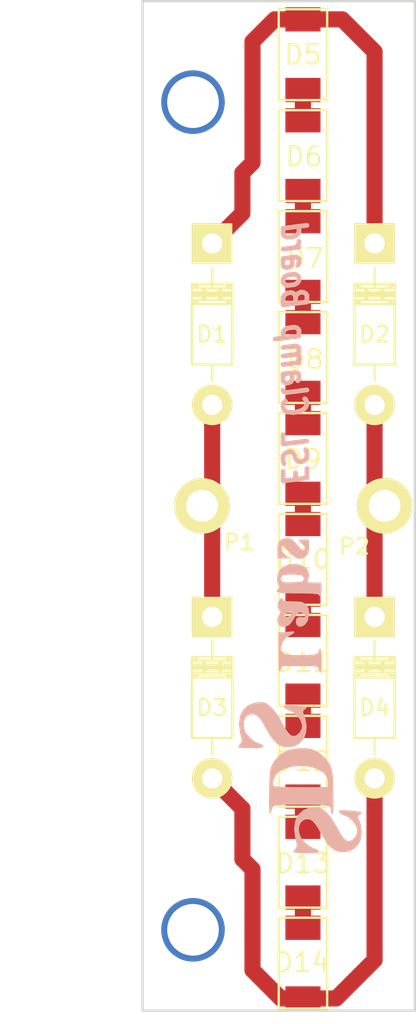
<source format=kicad_pcb>
(kicad_pcb (version 20211014) (generator pcbnew)
  (layers (0 "F.Cu" signal) (31 "B.Cu" signal) (34 "B.Paste" user) (35 "F.Paste" user) (36 "B.SilkS" user "B.Silkscreen") (37 "F.SilkS" user "F.Silkscreen") (38 "B.Mask" user) (39 "F.Mask" user) (44 "Edge.Cuts" user))
  (net 0 "")
  (net 1 "Net-(D1-Pad2)")
  (net 2 "Net-(D1-Pad1)")
  (net 3 "Net-(D2-Pad2)")
  (net 4 "Net-(D14-Pad2)")
  (net 5 "Net-(D5-Pad2)")
  (net 6 "Net-(D6-Pad2)")
  (net 7 "Net-(D7-Pad2)")
  (net 8 "Net-(D8-Pad2)")
  (net 9 "Net-(D10-Pad1)")
  (net 10 "Net-(D10-Pad2)")
  (net 11 "Net-(D11-Pad2)")
  (net 12 "Net-(D12-Pad2)")
  (net 13 "Net-(D13-Pad2)")
  (footprint "Connector_Wire:SolderWirePad_1x01_Drill2.5mm" (layer "F.Cu") (at 74.29754 85.09)
    (fp_text reference "REF**" hide)
    (fp_text value "SolderWirePad_1x01_Drill2.5mm")
    (pad "1" thru_hole circle locked (at 0 0) (size 4 4) (drill 3.25) (layers *.Cu *.Mask))
  )
  (footprint "Connector_Wire:SolderWirePad_1x01_Drill2.5mm" (layer "F.Cu") (at 74.29754 33.02)
    (fp_text reference "REF**" hide)
    (fp_text value "SolderWirePad_1x01_Drill2.5mm")
    (pad "1" thru_hole circle locked (at 0 0) (size 4 4) (drill 3.25) (layers *.Cu *.Mask))
  )
  (footprint "kicad-SDS-footprints:DO-214ac" (layer "F.Cu") (at 81.21904 88.265 180)
    (fp_text reference "D14" (at 0.0635 1.143 180) (layer "F.SilkS") (effects (font (size 1.2 1.2))))
    (fp_text value "ZENER" hide)
    (fp_line (start -1.524 3.937) (end 1.524 3.937) (layer "F.SilkS") (width 0.15))
    (fp_line (start -1.524 -1.778) (end -1.524 3.937) (layer "F.SilkS") (width 0.15))
    (fp_line (start 1.524 3.937) (end 1.524 -1.778) (layer "F.SilkS") (width 0.15))
    (fp_line (start 1.524 -1.778) (end -1.524 -1.778) (layer "F.SilkS") (width 0.15))
    (pad "1" smd rect locked (at 0 3.302 180) (size 2.21 1.524) (layers "F.Cu" "F.Paste" "F.Mask") (net 13 "Net-(D13-Pad2)"))
    (pad "2" smd rect locked (at 0 -1.143 180) (size 2.21 1.524) (layers "F.Cu" "F.Paste" "F.Mask") (net 4 "Net-(D14-Pad2)"))
  )
  (footprint "kicad-SDS-footprints:DO-214ac" (layer "F.Cu") (at 81.21904 81.915 180)
    (fp_text reference "D13" (at 0 1.016) (layer "F.SilkS") (effects (font (size 1.2 1.2))))
    (fp_text value "ZENER" hide)
    (fp_line (start -1.524 -1.778) (end -1.524 3.937) (layer "F.SilkS") (width 0.15))
    (fp_line (start -1.524 3.937) (end 1.524 3.937) (layer "F.SilkS") (width 0.15))
    (fp_line (start 1.524 3.937) (end 1.524 -1.778) (layer "F.SilkS") (width 0.15))
    (fp_line (start 1.524 -1.778) (end -1.524 -1.778) (layer "F.SilkS") (width 0.15))
    (pad "1" smd rect locked (at 0 3.302 180) (size 2.21 1.524) (layers "F.Cu" "F.Paste" "F.Mask") (net 12 "Net-(D12-Pad2)"))
    (pad "2" smd rect locked (at 0 -1.143 180) (size 2.21 1.524) (layers "F.Cu" "F.Paste" "F.Mask") (net 13 "Net-(D13-Pad2)"))
  )
  (footprint "kicad-SDS-footprints:DO-214ac" (layer "F.Cu") (at 81.21904 75.565 180)
    (fp_text reference "D12" (at 0 1.0795) (layer "F.SilkS") (effects (font (size 1.2 1.2))))
    (fp_text value "ZENER" hide)
    (fp_line (start -1.524 3.937) (end 1.524 3.937) (layer "F.SilkS") (width 0.15))
    (fp_line (start -1.524 -1.778) (end -1.524 3.937) (layer "F.SilkS") (width 0.15))
    (fp_line (start 1.524 3.937) (end 1.524 -1.778) (layer "F.SilkS") (width 0.15))
    (fp_line (start 1.524 -1.778) (end -1.524 -1.778) (layer "F.SilkS") (width 0.15))
    (pad "1" smd rect locked (at 0 3.302 180) (size 2.21 1.524) (layers "F.Cu" "F.Paste" "F.Mask") (net 11 "Net-(D11-Pad2)"))
    (pad "2" smd rect locked (at 0 -1.143 180) (size 2.21 1.524) (layers "F.Cu" "F.Paste" "F.Mask") (net 12 "Net-(D12-Pad2)"))
  )
  (footprint "kicad-SDS-footprints:DO-214ac" (layer "F.Cu") (at 81.21904 69.215 180)
    (fp_text reference "D11" (at 0 0.9525) (layer "F.SilkS") (effects (font (size 1.2 1.2))))
    (fp_text value "ZENER" hide)
    (fp_line (start -1.524 3.937) (end 1.524 3.937) (layer "F.SilkS") (width 0.15))
    (fp_line (start 1.524 -1.778) (end -1.524 -1.778) (layer "F.SilkS") (width 0.15))
    (fp_line (start -1.524 -1.778) (end -1.524 3.937) (layer "F.SilkS") (width 0.15))
    (fp_line (start 1.524 3.937) (end 1.524 -1.778) (layer "F.SilkS") (width 0.15))
    (pad "1" smd rect locked (at 0 3.302 180) (size 2.21 1.524) (layers "F.Cu" "F.Paste" "F.Mask") (net 10 "Net-(D10-Pad2)"))
    (pad "2" smd rect locked (at 0 -1.143 180) (size 2.21 1.524) (layers "F.Cu" "F.Paste" "F.Mask") (net 11 "Net-(D11-Pad2)"))
  )
  (footprint "Diodes_ThroughHole:Diode_DO-41_SOD81_Horizontal_RM10" (layer "F.Cu") (at 85.725 41.91 -90)
    (fp_text reference "D2" (at 5.715 0) (layer "F.SilkS"))
    (fp_text value "D" hide)
    (fp_line (start 2.54 -1.27254) (end 3.81 1.26746) (layer "F.SilkS") (width 0.15))
    (fp_line (start 2.54 -1.27254) (end 7.62 -1.27254) (layer "F.SilkS") (width 0.15))
    (fp_line (start 2.794 -0.00254) (end 1.524 -0.00254) (layer "F.SilkS") (width 0.15))
    (fp_line (start 3.556 -1.27254) (end 3.556 1.26746) (layer "F.SilkS") (width 0.15))
    (fp_line (start 7.62 -0.00254) (end 8.636 -0.00254) (layer "F.SilkS") (width 0.15))
    (fp_line (start 7.62 1.26746) (end 2.54 1.26746) (layer "F.SilkS") (width 0.15))
    (fp_line (start 3.81 -1.27254) (end 3.81 1.26746) (layer "F.SilkS") (width 0.15))
    (fp_line (start 3.81 -1.27254) (end 2.54 1.26746) (layer "F.SilkS") (width 0.15))
    (fp_line (start 2.54 1.26746) (end 2.54 -1.27254) (layer "F.SilkS") (width 0.15))
    (fp_line (start 3.302 -1.27254) (end 3.302 1.26746) (layer "F.SilkS") (width 0.15))
    (fp_line (start 3.048 -1.27254) (end 3.048 1.26746) (layer "F.SilkS") (width 0.15))
    (fp_line (start 7.62 -1.27254) (end 7.62 1.26746) (layer "F.SilkS") (width 0.15))
    (fp_line (start 3.175 -1.27254) (end 3.175 1.26746) (layer "F.SilkS") (width 0.15))
    (fp_line (start 2.794 -1.27254) (end 2.794 1.26746) (layer "F.SilkS") (width 0.15))
    (pad "1" thru_hole rect locked (at 0 -0.00254 90) (size 2.54 2.54) (drill 1.27) (layers *.Cu *.Mask "F.SilkS") (net 2 "Net-(D1-Pad1)"))
    (pad "2" thru_hole circle locked (at 10.16 -0.00254 90) (size 2.54 2.54) (drill 1.27) (layers *.Cu *.Mask "F.SilkS") (net 3 "Net-(D2-Pad2)"))
  )
  (footprint "Diodes_ThroughHole:Diode_DO-41_SOD81_Horizontal_RM10" (layer "F.Cu") (at 75.50404 65.405 -90)
    (fp_text reference "D3" (at 5.715 0) (layer "F.SilkS"))
    (fp_text value "D" hide)
    (fp_line (start 7.62 -0.00254) (end 8.636 -0.00254) (layer "F.SilkS") (width 0.15))
    (fp_line (start 2.794 -0.00254) (end 1.524 -0.00254) (layer "F.SilkS") (width 0.15))
    (fp_line (start 2.54 1.26746) (end 2.54 -1.27254) (layer "F.SilkS") (width 0.15))
    (fp_line (start 2.54 -1.27254) (end 3.81 1.26746) (layer "F.SilkS") (width 0.15))
    (fp_line (start 3.048 -1.27254) (end 3.048 1.26746) (layer "F.SilkS") (width 0.15))
    (fp_line (start 2.794 -1.27254) (end 2.794 1.26746) (layer "F.SilkS") (width 0.15))
    (fp_line (start 7.62 1.26746) (end 2.54 1.26746) (layer "F.SilkS") (width 0.15))
    (fp_line (start 3.302 -1.27254) (end 3.302 1.26746) (layer "F.SilkS") (width 0.15))
    (fp_line (start 2.54 -1.27254) (end 7.62 -1.27254) (layer "F.SilkS") (width 0.15))
    (fp_line (start 3.556 -1.27254) (end 3.556 1.26746) (layer "F.SilkS") (width 0.15))
    (fp_line (start 3.81 -1.27254) (end 2.54 1.26746) (layer "F.SilkS") (width 0.15))
    (fp_line (start 3.81 -1.27254) (end 3.81 1.26746) (layer "F.SilkS") (width 0.15))
    (fp_line (start 7.62 -1.27254) (end 7.62 1.26746) (layer "F.SilkS") (width 0.15))
    (fp_line (start 3.175 -1.27254) (end 3.175 1.26746) (layer "F.SilkS") (width 0.15))
    (pad "1" thru_hole rect locked (at 0 -0.00254 90) (size 2.54 2.54) (drill 1.27) (layers *.Cu *.Mask "F.SilkS") (net 1 "Net-(D1-Pad2)"))
    (pad "2" thru_hole circle locked (at 10.16 -0.00254 90) (size 2.54 2.54) (drill 1.27) (layers *.Cu *.Mask "F.SilkS") (net 4 "Net-(D14-Pad2)"))
  )
  (footprint "Diodes_ThroughHole:Diode_DO-41_SOD81_Horizontal_RM10" (layer "F.Cu") (at 85.725 65.405 -90)
    (fp_text reference "D4" (at 5.715 0) (layer "F.SilkS"))
    (fp_text value "D" hide)
    (fp_line (start 3.175 -1.27254) (end 3.175 1.26746) (layer "F.SilkS") (width 0.15))
    (fp_line (start 7.62 -1.27254) (end 7.62 1.26746) (layer "F.SilkS") (width 0.15))
    (fp_line (start 2.54 -1.27254) (end 7.62 -1.27254) (layer "F.SilkS") (width 0.15))
    (fp_line (start 7.62 -0.00254) (end 8.636 -0.00254) (layer "F.SilkS") (width 0.15))
    (fp_line (start 2.794 -0.00254) (end 1.524 -0.00254) (layer "F.SilkS") (width 0.15))
    (fp_line (start 3.302 -1.27254) (end 3.302 1.26746) (layer "F.SilkS") (width 0.15))
    (fp_line (start 2.794 -1.27254) (end 2.794 1.26746) (layer "F.SilkS") (width 0.15))
    (fp_line (start 7.62 1.26746) (end 2.54 1.26746) (layer "F.SilkS") (width 0.15))
    (fp_line (start 3.81 -1.27254) (end 3.81 1.26746) (layer "F.SilkS") (width 0.15))
    (fp_line (start 2.54 -1.27254) (end 3.81 1.26746) (layer "F.SilkS") (width 0.15))
    (fp_line (start 3.556 -1.27254) (end 3.556 1.26746) (layer "F.SilkS") (width 0.15))
    (fp_line (start 2.54 1.26746) (end 2.54 -1.27254) (layer "F.SilkS") (width 0.15))
    (fp_line (start 3.81 -1.27254) (end 2.54 1.26746) (layer "F.SilkS") (width 0.15))
    (fp_line (start 3.048 -1.27254) (end 3.048 1.26746) (layer "F.SilkS") (width 0.15))
    (pad "1" thru_hole rect locked (at 0 -0.00254 90) (size 2.54 2.54) (drill 1.27) (layers *.Cu *.Mask "F.SilkS") (net 3 "Net-(D2-Pad2)"))
    (pad "2" thru_hole circle locked (at 10.16 -0.00254 90) (size 2.54 2.54) (drill 1.27) (layers *.Cu *.Mask "F.SilkS") (net 4 "Net-(D14-Pad2)"))
  )
  (footprint "Wire_Pads:SolderWirePad_single_1-2mmDrill" (layer "F.Cu") (at 74.86904 58.42)
    (fp_text reference "P1" (at 2.34696 2.286 180) (layer "F.SilkS"))
    (fp_text value "CONN_01X01" hide)
    (pad "1" thru_hole circle locked (at 0 0) (size 3.50012 3.50012) (drill 2) (layers *.Cu *.Mask "F.SilkS") (net 1 "Net-(D1-Pad2)"))
  )
  (footprint "Wire_Pads:SolderWirePad_single_1-2mmDrill" (layer "F.Cu") (at 86.36 58.42)
    (fp_text reference "P2" (at -1.905 2.54 180) (layer "F.SilkS"))
    (fp_text value "CONN_01X01" hide)
    (pad "1" thru_hole circle locked (at 0 0) (size 3.50012 3.50012) (drill 2) (layers *.Cu *.Mask "F.SilkS") (net 3 "Net-(D2-Pad2)"))
  )
  (footprint "kicad-SDS-footprints:DO-214ac" (layer "F.Cu") (at 81.21904 31.115 180)
    (fp_text reference "D5" (at 0 1.0795) (layer "F.SilkS") (effects (font (size 1.2 1.2))))
    (fp_text value "ZENER" hide)
    (fp_line (start 1.524 -1.778) (end -1.524 -1.778) (layer "F.SilkS") (width 0.15))
    (fp_line (start -1.524 -1.778) (end -1.524 3.937) (layer "F.SilkS") (width 0.15))
    (fp_line (start 1.524 3.937) (end 1.524 -1.778) (layer "F.SilkS") (width 0.15))
    (fp_line (start -1.524 3.937) (end 1.524 3.937) (layer "F.SilkS") (width 0.15))
    (pad "1" smd rect locked (at 0 3.302 180) (size 2.21 1.524) (layers "F.Cu" "F.Paste" "F.Mask") (net 2 "Net-(D1-Pad1)"))
    (pad "2" smd rect locked (at 0 -1.143 180) (size 2.21 1.524) (layers "F.Cu" "F.Paste" "F.Mask") (net 5 "Net-(D5-Pad2)"))
  )
  (footprint "kicad-SDS-footprints:DO-214ac" (layer "F.Cu") (at 81.21904 37.465 180)
    (fp_text reference "D6" (at -0.0635 1.016) (layer "F.SilkS") (effects (font (size 1.2 1.2))))
    (fp_text value "ZENER" hide)
    (fp_line (start 1.524 3.937) (end 1.524 -1.778) (layer "F.SilkS") (width 0.15))
    (fp_line (start -1.524 -1.778) (end -1.524 3.937) (layer "F.SilkS") (width 0.15))
    (fp_line (start 1.524 -1.778) (end -1.524 -1.778) (layer "F.SilkS") (width 0.15))
    (fp_line (start -1.524 3.937) (end 1.524 3.937) (layer "F.SilkS") (width 0.15))
    (pad "1" smd rect locked (at 0 3.302 180) (size 2.21 1.524) (layers "F.Cu" "F.Paste" "F.Mask") (net 5 "Net-(D5-Pad2)"))
    (pad "2" smd rect locked (at 0 -1.143 180) (size 2.21 1.524) (layers "F.Cu" "F.Paste" "F.Mask") (net 6 "Net-(D6-Pad2)"))
  )
  (footprint "kicad-SDS-footprints:DO-214ac" (layer "F.Cu") (at 81.21904 43.815 180)
    (fp_text reference "D7" (at -0.127 0.9525) (layer "F.SilkS") (effects (font (size 1.2 1.2))))
    (fp_text value "ZENER" hide)
    (fp_line (start -1.524 -1.778) (end -1.524 3.937) (layer "F.SilkS") (width 0.15))
    (fp_line (start -1.524 3.937) (end 1.524 3.937) (layer "F.SilkS") (width 0.15))
    (fp_line (start 1.524 3.937) (end 1.524 -1.778) (layer "F.SilkS") (width 0.15))
    (fp_line (start 1.524 -1.778) (end -1.524 -1.778) (layer "F.SilkS") (width 0.15))
    (pad "1" smd rect locked (at 0 3.302 180) (size 2.21 1.524) (layers "F.Cu" "F.Paste" "F.Mask") (net 6 "Net-(D6-Pad2)"))
    (pad "2" smd rect locked (at 0 -1.143 180) (size 2.21 1.524) (layers "F.Cu" "F.Paste" "F.Mask") (net 7 "Net-(D7-Pad2)"))
  )
  (footprint "kicad-SDS-footprints:DO-214ac" (layer "F.Cu") (at 81.21904 50.165 180)
    (fp_text reference "D8" (at -0.127 0.9525) (layer "F.SilkS") (effects (font (size 1.2 1.2))))
    (fp_text value "ZENER" hide)
    (fp_line (start 1.524 3.937) (end 1.524 -1.778) (layer "F.SilkS") (width 0.15))
    (fp_line (start -1.524 -1.778) (end -1.524 3.937) (layer "F.SilkS") (width 0.15))
    (fp_line (start 1.524 -1.778) (end -1.524 -1.778) (layer "F.SilkS") (width 0.15))
    (fp_line (start -1.524 3.937) (end 1.524 3.937) (layer "F.SilkS") (width 0.15))
    (pad "1" smd rect locked (at 0 3.302 180) (size 2.21 1.524) (layers "F.Cu" "F.Paste" "F.Mask") (net 7 "Net-(D7-Pad2)"))
    (pad "2" smd rect locked (at 0 -1.143 180) (size 2.21 1.524) (layers "F.Cu" "F.Paste" "F.Mask") (net 8 "Net-(D8-Pad2)"))
  )
  (footprint "kicad-SDS-footprints:DO-214ac" (layer "F.Cu") (at 81.21904 56.515 180)
    (fp_text reference "D9" (at 0 1.016 180) (layer "F.SilkS") (effects (font (size 1.2 1.2))))
    (fp_text value "ZENER" hide)
    (fp_line (start 1.524 3.937) (end 1.524 -1.778) (layer "F.SilkS") (width 0.15))
    (fp_line (start -1.524 -1.778) (end -1.524 3.937) (layer "F.SilkS") (width 0.15))
    (fp_line (start 1.524 -1.778) (end -1.524 -1.778) (layer "F.SilkS") (width 0.15))
    (fp_line (start -1.524 3.937) (end 1.524 3.937) (layer "F.SilkS") (width 0.15))
    (pad "1" smd rect locked (at 0 3.302 180) (size 2.21 1.524) (layers "F.Cu" "F.Paste" "F.Mask") (net 8 "Net-(D8-Pad2)"))
    (pad "2" smd rect locked (at 0 -1.143 180) (size 2.21 1.524) (layers "F.Cu" "F.Paste" "F.Mask") (net 9 "Net-(D10-Pad1)"))
  )
  (footprint "kicad-SDS-footprints:DO-214ac" (layer "F.Cu") (at 81.21904 62.865 180)
    (fp_text reference "D10" (at 0 1.0795) (layer "F.SilkS") (effects (font (size 1.2 1.2))))
    (fp_text value "ZENER" hide)
    (fp_line (start 1.524 -1.778) (end -1.524 -1.778) (layer "F.SilkS") (width 0.15))
    (fp_line (start -1.524 3.937) (end 1.524 3.937) (layer "F.SilkS") (width 0.15))
    (fp_line (start -1.524 -1.778) (end -1.524 3.937) (layer "F.SilkS") (width 0.15))
    (fp_line (start 1.524 3.937) (end 1.524 -1.778) (layer "F.SilkS") (width 0.15))
    (pad "1" smd rect locked (at 0 3.302 180) (size 2.21 1.524) (layers "F.Cu" "F.Paste" "F.Mask") (net 9 "Net-(D10-Pad1)"))
    (pad "2" smd rect locked (at 0 -1.143 180) (size 2.21 1.524) (layers "F.Cu" "F.Paste" "F.Mask") (net 10 "Net-(D10-Pad2)"))
  )
  (footprint "Diodes_ThroughHole:Diode_DO-41_SOD81_Horizontal_RM10" (layer "F.Cu") (at 75.50404 41.91 -90)
    (fp_text reference "D1" (at 5.715 0) (layer "F.SilkS"))
    (fp_text value "D" hide)
    (fp_line (start 3.556 -1.27254) (end 3.556 1.26746) (layer "F.SilkS") (width 0.15))
    (fp_line (start 2.54 -1.27254) (end 3.81 1.26746) (layer "F.SilkS") (width 0.15))
    (fp_line (start 3.175 -1.27254) (end 3.175 1.26746) (layer "F.SilkS") (width 0.15))
    (fp_line (start 7.62 -1.27254) (end 7.62 1.26746) (layer "F.SilkS") (width 0.15))
    (fp_line (start 2.794 -1.27254) (end 2.794 1.26746) (layer "F.SilkS") (width 0.15))
    (fp_line (start 2.794 -0.00254) (end 1.524 -0.00254) (layer "F.SilkS") (width 0.15))
    (fp_line (start 7.62 -0.00254) (end 8.636 -0.00254) (layer "F.SilkS") (width 0.15))
    (fp_line (start 2.54 -1.27254) (end 7.62 -1.27254) (layer "F.SilkS") (width 0.15))
    (fp_line (start 3.302 -1.27254) (end 3.302 1.26746) (layer "F.SilkS") (width 0.15))
    (fp_line (start 7.62 1.26746) (end 2.54 1.26746) (layer "F.SilkS") (width 0.15))
    (fp_line (start 2.54 1.26746) (end 2.54 -1.27254) (layer "F.SilkS") (width 0.15))
    (fp_line (start 3.81 -1.27254) (end 2.54 1.26746) (layer "F.SilkS") (width 0.15))
    (fp_line (start 3.81 -1.27254) (end 3.81 1.26746) (layer "F.SilkS") (width 0.15))
    (fp_line (start 3.048 -1.27254) (end 3.048 1.26746) (layer "F.SilkS") (width 0.15))
    (pad "1" thru_hole rect locked (at 0 -0.00254 90) (size 2.54 2.54) (drill 1.27) (layers *.Cu *.Mask "F.SilkS") (net 2 "Net-(D1-Pad1)"))
    (pad "2" thru_hole circle locked (at 10.16 -0.00254 90) (size 2.54 2.54) (drill 1.27) (layers *.Cu *.Mask "F.SilkS") (net 1 "Net-(D1-Pad2)"))
  )
  (footprint "sdsLogos:sdsLabs-large-bSilk" (layer "F.Cu") (at 81.28254 69.85 -90)
    (fp_text reference "G***" hide)
    (fp_text value "LOGO" hide)
    (fp_poly (pts (xy 1.979737 -0.092451) (xy 1.814226 -0.034325) (xy 1.603962 0.045388) (xy 1.487538 0.051608) (xy 1.405262 -0.017734) (xy 1.381428 -0.049311) (xy 1.281576 -0.153295) (xy 1.236002 -0.163153) (xy 1.212719 -0.067789) (xy 1.18205 0.154367) (xy 1.149517 0.461264) (xy 1.139528 0.5715) (xy 1.113556 0.918789) (xy 1.11177 1.129739) (xy 1.137256 1.236022) (xy 1.193098 1.269313) (xy 1.207556 1.27) (xy 1.319854 1.197377) (xy 1.393451 1.042331) (xy 1.538442 0.707488) (xy 1.772478 0.422) (xy 2.057454 0.215375) (xy 2.355263 0.117121) (xy 2.567382 0.133281) (xy 2.841959 0.274673) (xy 3.011931 0.480798) (xy 3.048 0.635) (xy 3.024292 0.77243) (xy 2.937748 0.903411) (xy 2.765239 1.047513) (xy 2.483637 1.224304) (xy 2.099895 1.437186) (xy 1.598629 1.745217) (xy 1.225791 2.056712) (xy 0.994411 2.358776) (xy 0.918166 2.606446) (xy 0.955183 3.118992) (xy 1.122192 3.531582) (xy 1.40693 3.836116) (xy 1.797136 4.024496) (xy 2.280547 4.08862) (xy 2.844901 4.02039) (xy 2.9993 3.981116) (xy 3.248911 3.921072) (xy 3.40069 3.921766) (xy 3.516092 3.986478) (xy 3.543288 4.010162) (xy 3.682313 4.117127) (xy 3.753167 4.148667) (xy 3.777588 4.070139) (xy 3.796753 3.859068) (xy 3.808063 3.552224) (xy 3.81 3.344333) (xy 3.804512 2.953469) (xy 3.785585 2.706138) (xy 3.749526 2.576824) (xy 3.693583 2.54) (xy 3.595743 2.613203) (xy 3.528731 2.782178) (xy 3.408337 3.068867) (xy 3.185242 3.365883) (xy 2.909995 3.611531) (xy 2.78812 3.686041) (xy 2.457931 3.792568) (xy 2.14443 3.784042) (xy 1.884836 3.674242) (xy 1.716369 3.476949) (xy 1.672167 3.272911) (xy 1.698048 3.092261) (xy 1.790998 2.929201) (xy 1.973975 2.762102) (xy 2.269936 2.569338) (xy 2.63685 2.364109) (xy 3.113413 2.079885) (xy 3.44402 1.810311) (xy 3.647814 1.532399) (xy 3.743937 1.22316) (xy 3.757898 1.017816) (xy 3.693309 0.581948) (xy 3.491628 0.238653) (xy 3.191567 -0.003726) (xy 2.840212 -0.133155) (xy 2.414884 -0.163205) (xy 1.979737 -0.092451)) (layer "B.SilkS") (width 0.01) (fill solid))
    (fp_poly (pts (xy -4.99239 -0.280479) (xy -5.210848 -0.130849) (xy -5.318951 -0.00354) (xy -5.381667 0.141417) (xy -5.410917 0.352878) (xy -5.418622 0.679696) (xy -5.418667 0.720815) (xy -5.428074 1.036966) (xy -5.453737 1.245713) (xy -5.491817 1.318073) (xy -5.497483 1.315949) (xy -5.596134 1.309621) (xy -5.627638 1.39664) (xy -5.56694 1.506332) (xy -5.565427 1.5076) (xy -5.326421 1.63261) (xy -5.07564 1.654391) (xy -4.881238 1.567142) (xy -4.764077 1.476831) (xy -4.650238 1.498592) (xy -4.553894 1.561019) (xy -4.290631 1.680218) (xy -4.037735 1.642642) (xy -3.958167 1.601885) (xy -3.835953 1.444693) (xy -3.819601 1.219047) (xy -3.847633 1.14299) (xy -4.43328 1.14299) (xy -4.520999 1.253087) (xy -4.619522 1.221103) (xy -4.69898 1.069334) (xy -4.725573 0.924813) (xy -4.752147 0.635) (xy -4.565643 0.818449) (xy -4.436205 1.009807) (xy -4.43328 1.14299) (xy -3.847633 1.14299) (xy -3.905585 0.985758) (xy -4.0005 0.871329) (xy -4.213174 0.709502) (xy -4.463658 0.5593) (xy -4.471323 0.555396) (xy -4.662131 0.432043) (xy -4.728212 0.29314) (xy -4.725323 0.186383) (xy -4.646596 -0.009903) (xy -4.538725 -0.071316) (xy -4.42449 -0.063638) (xy -4.419067 0.051308) (xy -4.427101 0.084293) (xy -4.442705 0.33376) (xy -4.329431 0.473754) (xy -4.145314 0.508) (xy -3.934717 0.453229) (xy -3.835798 0.315006) (xy -3.84342 0.132467) (xy -3.952445 -0.055252) (xy -4.157735 -0.209014) (xy -4.24418 -0.245095) (xy -4.659048 -0.334243) (xy -4.99239 -0.280479)) (layer "B.SilkS") (width 0.01) (fill solid))
    (fp_poly (pts (xy -9.313333 -0.301842) (xy -9.313333 0.018412) (xy -9.30248 0.223681) (xy -9.275546 0.333103) (xy -9.266939 0.338667) (xy -9.186363 0.280918) (xy -9.04934 0.13926) (xy -9.026281 0.112822) (xy -8.850109 -0.042578) (xy -8.692423 -0.058414) (xy -8.670508 -0.050968) (xy -8.600486 -0.005492) (xy -8.613678 0.06682) (xy -8.72669 0.192087) (xy -8.9535 0.394167) (xy -9.198105 0.618444) (xy -9.333965 0.788578) (xy -9.390256 0.948668) (xy -9.398 1.065956) (xy -9.344055 1.373287) (xy -9.175094 1.569559) (xy -8.880429 1.662824) (xy -8.594694 1.671179) (xy -8.128081 1.651) (xy -8.128979 1.27) (xy -8.129878 0.889) (xy -8.346742 1.164167) (xy -8.522619 1.334656) (xy -8.699731 1.428019) (xy -8.836336 1.43126) (xy -8.890689 1.3335) (xy -8.831304 1.225716) (xy -8.676214 1.052067) (xy -8.495578 0.882908) (xy -8.264026 0.663001) (xy -8.14283 0.488199) (xy -8.101309 0.309897) (xy -8.099778 0.255881) (xy -8.166202 -0.040708) (xy -8.364703 -0.231953) (xy -8.694126 -0.317022) (xy -8.89891 -0.319874) (xy -9.313333 -0.301842)) (layer "B.SilkS") (width 0.01) (fill solid))
    (fp_poly (pts (xy -6.604 -0.632021) (xy -6.608614 -0.367831) (xy -6.631843 -0.240158) (xy -6.687766 -0.216246) (xy -6.767767 -0.251021) (xy -7.069541 -0.332347) (xy -7.348318 -0.263433) (xy -7.576821 -0.063321) (xy -7.727774 0.248951) (xy -7.766182 0.44589) (xy -7.752049 0.912285) (xy -7.599266 1.294618) (xy -7.385455 1.52687) (xy -7.154412 1.640366) (xy -6.873388 1.689852) (xy -6.611743 1.67051) (xy -6.4516 1.591733) (xy -6.336386 1.533728) (xy -6.2484 1.591733) (xy -6.134772 1.688011) (xy -6.051058 1.70572) (xy -5.99286 1.628322) (xy -5.955786 1.439276) (xy -5.935439 1.122044) (xy -5.932253 0.938362) (xy -6.614258 0.938362) (xy -6.62103 1.189543) (xy -6.639516 1.3251) (xy -6.75035 1.423018) (xy -6.913604 1.425662) (xy -7.044492 1.336995) (xy -7.060608 1.305408) (xy -7.094867 1.122865) (xy -7.109135 0.849656) (xy -7.10463 0.548265) (xy -7.082571 0.281177) (xy -7.044175 0.110876) (xy -7.037058 0.097503) (xy -6.903027 0.015511) (xy -6.805521 0.013711) (xy -6.718687 0.055365) (xy -6.665739 0.164089) (xy -6.635501 0.377064) (xy -6.621007 0.627475) (xy -6.614258 0.938362) (xy -5.932253 0.938362) (xy -5.927424 0.660085) (xy -5.926667 0.381) (xy -5.921358 -0.147776) (xy -5.906029 -0.551515) (xy -5.881573 -0.816359) (xy -5.848885 -0.928447) (xy -5.842 -0.931333) (xy -5.759793 -0.995763) (xy -5.757333 -1.016) (xy -5.83348 -1.064298) (xy -6.028175 -1.094953) (xy -6.180667 -1.100667) (xy -6.604 -1.100667) (xy -6.604 -0.632021)) (layer "B.SilkS") (width 0.01) (fill solid))
    (fp_poly (pts (xy 8.583737 -3.563784) (xy 8.418226 -3.505659) (xy 8.207962 -3.425945) (xy 8.091538 -3.419725) (xy 8.009262 -3.489067) (xy 7.985428 -3.520645) (xy 7.885576 -3.624628) (xy 7.840002 -3.634486) (xy 7.816719 -3.539122) (xy 7.78605 -3.316967) (xy 7.753517 -3.010069) (xy 7.743528 -2.899833) (xy 7.717556 -2.552544) (xy 7.71577 -2.341594) (xy 7.741256 -2.235311) (xy 7.797098 -2.202021) (xy 7.811556 -2.201333) (xy 7.923854 -2.273956) (xy 7.997451 -2.429003) (xy 8.142442 -2.763845) (xy 8.376478 -3.049334) (xy 8.661454 -3.255959) (xy 8.959263 -3.354212) (xy 9.171382 -3.338052) (xy 9.445959 -3.19666) (xy 9.615931 -2.990535) (xy 9.652 -2.836333) (xy 9.628292 -2.698903) (xy 9.541748 -2.567922) (xy 9.369239 -2.42382) (xy 9.087637 -2.24703) (xy 8.703895 -2.034147) (xy 8.202629 -1.726116) (xy 7.829791 -1.414621) (xy 7.598411 -1.112557) (xy 7.522166 -0.864887) (xy 7.559183 -0.352342) (xy 7.726192 0.060248) (xy 8.01093 0.364783) (xy 8.401136 0.553163) (xy 8.884547 0.617287) (xy 9.448901 0.549057) (xy 9.6033 0.509782) (xy 9.852911 0.449739) (xy 10.00469 0.450433) (xy 10.120092 0.515145) (xy 10.147288 0.538829) (xy 10.286313 0.645793) (xy 10.357167 0.677333) (xy 10.381588 0.598805) (xy 10.400753 0.387734) (xy 10.412063 0.08089) (xy 10.414 -0.127) (xy 10.408512 -0.517865) (xy 10.389585 -0.765195) (xy 10.353526 -0.89451) (xy 10.297583 -0.931333) (xy 10.199743 -0.85813) (xy 10.132731 -0.689155) (xy 10.012337 -0.402466) (xy 9.789242 -0.105451) (xy 9.513995 0.140197) (xy 9.39212 0.214707) (xy 9.061931 0.321234) (xy 8.74843 0.312708) (xy 8.488836 0.202909) (xy 8.320369 0.005616) (xy 8.276167 -0.198422) (xy 8.302048 -0.379073) (xy 8.394998 -0.542133) (xy 8.577975 -0.709231) (xy 8.873936 -0.901996) (xy 9.24085 -1.107224) (xy 9.717413 -1.391448) (xy 10.04802 -1.661022) (xy 10.251814 -1.938935) (xy 10.347937 -2.248174) (xy 10.361898 -2.453517) (xy 10.297309 -2.889385) (xy 10.095628 -3.23268) (xy 9.795567 -3.475059) (xy 9.444212 -3.604488) (xy 9.018884 -3.634539) (xy 8.583737 -3.563784)) (layer "B.SilkS") (width 0.01) (fill solid))
    (fp_poly (pts (xy -2.058452 -1.091786) (xy -2.318904 -1.067203) (xy -2.446893 -1.030006) (xy -2.455333 -1.016) (xy -2.384874 -0.945846) (xy -2.295875 -0.931333) (xy -2.188465 -0.901783) (xy -2.113767 -0.797632) (xy -2.066508 -0.595634) (xy -2.041418 -0.272541) (xy -2.033224 0.194894) (xy -2.033156 0.227321) (xy -2.041744 0.71191) (xy -2.075039 1.05151) (xy -2.141823 1.269716) (xy -2.250873 1.390122) (xy -2.410971 1.436322) (xy -2.484153 1.439333) (xy -2.826577 1.359773) (xy -3.11735 1.140855) (xy -3.300811 0.849536) (xy -3.410521 0.652192) (xy -3.499017 0.599133) (xy -3.540594 0.689473) (xy -3.52425 0.85725) (xy -3.484779 1.136326) (xy -3.471333 1.36525) (xy -3.471333 1.608667) (xy -2.180167 1.605277) (xy -1.6915 1.602865) (xy -1.352357 1.597007) (xy -1.142932 1.585273) (xy -1.043419 1.565237) (xy -1.034011 1.534471) (xy -1.094903 1.490549) (xy -1.121833 1.475573) (xy -1.354667 1.349258) (xy -1.354667 0.2492) (xy -1.353728 -0.199669) (xy -1.347432 -0.508324) (xy -1.330558 -0.705884) (xy -1.297884 -0.821469) (xy -1.24419 -0.884198) (xy -1.164254 -0.92319) (xy -1.143 -0.931334) (xy -0.986728 -1.005289) (xy -0.931333 -1.056238) (xy -1.009696 -1.075804) (xy -1.219599 -1.090974) (xy -1.523262 -1.099544) (xy -1.693333 -1.100667) (xy -2.058452 -1.091786)) (layer "B.SilkS") (width 0.01) (fill solid))
    (fp_poly (pts (xy 6.787257 -1.852533) (xy 6.582833 -1.848785) (xy 6.059587 -1.836106) (xy 5.673303 -1.820137) (xy 5.391613 -1.796598) (xy 5.182151 -1.761211) (xy 5.012548 -1.709697) (xy 4.850436 -1.637778) (xy 4.801902 -1.613362) (xy 4.424603 -1.342507) (xy 4.10758 -0.969091) (xy 3.893864 -0.549324) (xy 3.842945 -0.360732) (xy 3.820522 -0.117732) (xy 3.818612 0.212422) (xy 3.832453 0.483869) (xy 3.946887 1.037358) (xy 4.195779 1.489487) (xy 4.583582 1.847395) (xy 4.745093 1.947333) (xy 4.894608 2.025682) (xy 5.041639 2.08278) (xy 5.21693 2.122715) (xy 5.451227 2.149578) (xy 5.775275 2.16746) (xy 6.219817 2.18045) (xy 6.550002 2.187456) (xy 7.118003 2.195021) (xy 7.527279 2.191456) (xy 7.788102 2.176286) (xy 7.910747 2.149035) (xy 7.920839 2.123956) (xy 7.795831 2.043776) (xy 7.716603 2.032) (xy 7.601932 2.02042) (xy 7.515257 1.971969) (xy 7.452707 1.866084) (xy 7.410413 1.682197) (xy 7.384503 1.399744) (xy 7.371106 0.99816) (xy 7.366352 0.456879) (xy 7.366 0.169333) (xy 7.367906 -0.438533) (xy 7.376575 -0.897798) (xy 7.396432 -1.229176) (xy 7.431903 -1.453383) (xy 7.460359 -1.524) (xy 6.265333 -1.524) (xy 6.265333 0.155222) (xy 6.262267 0.672765) (xy 6.253718 1.132098) (xy 6.24066 1.506463) (xy 6.224069 1.769101) (xy 6.20492 1.893254) (xy 6.201833 1.898333) (xy 6.048877 1.945691) (xy 5.818325 1.908295) (xy 5.567122 1.804214) (xy 5.352212 1.651514) (xy 5.320292 1.618618) (xy 5.120814 1.289964) (xy 4.990861 0.852828) (xy 4.933363 0.354415) (xy 4.951249 -0.158069) (xy 5.047448 -0.63742) (xy 5.162344 -0.92678) (xy 5.4014 -1.277028) (xy 5.688366 -1.472071) (xy 5.987839 -1.524) (xy 6.265333 -1.524) (xy 7.460359 -1.524) (xy 7.487413 -1.591133) (xy 7.567388 -1.663143) (xy 7.676253 -1.690126) (xy 7.763934 -1.693333) (xy 7.914713 -1.72726) (xy 7.958667 -1.785285) (xy 7.889206 -1.822391) (xy 7.67582 -1.845737) (xy 7.311006 -1.855669) (xy 6.787257 -1.852533)) (layer "B.SilkS") (width 0.01) (fill solid))
  )
  (gr_line (start 88.265 26.67) (end 88.265 90.17) (layer "Edge.Cuts") (width 0.15))
  (gr_line (start 71.12254 26.67) (end 88.265 26.67) (layer "Edge.Cuts") (width 0.15))
  (gr_line (start 88.265 90.17) (end 71.12254 90.17) (layer "Edge.Cuts") (width 0.15))
  (gr_circle (center 74.168 85.09) (end 74.168 83.82) (layer "Edge.Cuts") (width 0.15) (fill none))
  (gr_line (start 71.12254 26.67) (end 71.12254 90.17) (layer "Edge.Cuts") (width 0.15))
  (gr_circle (center 74.168 33.02) (end 74.168 31.75) (layer "Edge.Cuts") (width 0.15) (fill none))
  (gr_text "ESL Clamp Board" (at 80.64754 48.895 270) (layer "B.SilkS") (effects (font (size 1.5 1.25) (thickness 0.3) italic) (justify mirror)))
  (segment (start 75.50658 65.405) (end 75.50658 52.07) (width 1.016) (layer "F.Cu") (net 1))
  (segment (start 81.21904 27.813) (end 79.44104 27.813) (width 1.016) (layer "F.Cu") (net 2))
  (segment (start 77.40904 37.465) (end 77.40904 40.00754) (width 1.016) (layer "F.Cu") (net 2))
  (segment (start 77.40904 40.00754) (end 75.50658 41.91) (width 1.016) (layer "F.Cu") (net 2))
  (segment (start 78.04404 29.21) (end 78.04404 36.83) (width 1.016) (layer "F.Cu") (net 2))
  (segment (start 78.04404 36.83) (end 77.40904 37.465) (width 1.016) (layer "F.Cu") (net 2))
  (segment (start 79.44104 27.813) (end 78.04404 29.21) (width 1.016) (layer "F.Cu") (net 2))
  (segment (start 85.72754 41.91) (end 85.72754 29.845) (width 1.016) (layer "F.Cu") (net 2))
  (segment (start 85.72754 29.845) (end 83.69554 27.813) (width 1.016) (layer "F.Cu") (net 2))
  (segment (start 83.69554 27.813) (end 81.21904 27.813) (width 1.016) (layer "F.Cu") (net 2))
  (segment (start 85.72754 65.405) (end 85.72754 52.07) (width 1.016) (layer "F.Cu") (net 3))
  (segment (start 83.312 89.408) (end 85.72754 86.99246) (width 1.016) (layer "F.Cu") (net 4))
  (segment (start 85.72754 86.99246) (end 85.72754 75.565) (width 1.016) (layer "F.Cu") (net 4))
  (segment (start 76.13904 76.19746) (end 75.50658 75.565) (width 1.016) (layer "F.Cu") (net 4))
  (segment (start 79.82204 89.408) (end 78.04404 87.63) (width 1.016) (layer "F.Cu") (net 4))
  (segment (start 78.04404 87.63) (end 78.04404 81.28) (width 1.016) (layer "F.Cu") (net 4))
  (segment (start 78.04404 81.28) (end 77.40904 80.645) (width 1.016) (layer "F.Cu") (net 4))
  (segment (start 81.21904 89.408) (end 79.82204 89.408) (width 1.016) (layer "F.Cu") (net 4))
  (segment (start 77.40904 80.645) (end 77.40904 77.46746) (width 1.016) (layer "F.Cu") (net 4))
  (segment (start 77.40904 77.46746) (end 75.50658 75.565) (width 1.016) (layer "F.Cu") (net 4))
  (segment (start 83.312 89.408) (end 81.21904 89.408) (width 1.016) (layer "F.Cu") (net 4))
  (segment (start 81.21904 32.258) (end 81.21904 34.163) (width 1.016) (layer "F.Cu") (net 5))
  (segment (start 81.21904 38.608) (end 81.21904 40.513) (width 1.016) (layer "F.Cu") (net 6))
  (segment (start 81.21904 44.958) (end 81.21904 46.863) (width 1.016) (layer "F.Cu") (net 7))
  (segment (start 81.21904 51.308) (end 81.21904 53.213) (width 1.016) (layer "F.Cu") (net 8))
  (segment (start 81.21904 57.658) (end 81.21904 59.563) (width 1.016) (layer "F.Cu") (net 9))
  (segment (start 81.21904 64.008) (end 81.21904 65.913) (width 1.016) (layer "F.Cu") (net 10))
  (segment (start 81.21904 70.358) (end 81.21904 72.263) (width 1.016) (layer "F.Cu") (net 11))
  (segment (start 81.21904 76.708) (end 81.21904 78.613) (width 1.016) (layer "F.Cu") (net 12))
  (segment (start 81.21904 83.058) (end 81.21904 84.963) (width 1.016) (layer "F.Cu") (net 13))
)
</source>
